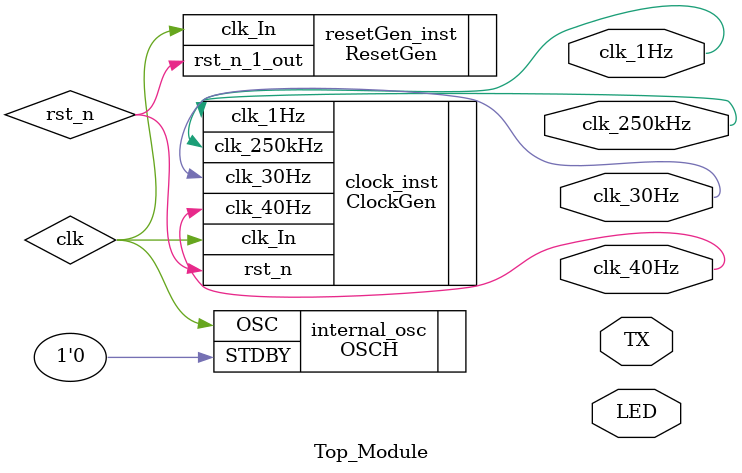
<source format=v>
module Top_Module (
    output wire TX,          // DMX 송신 핀
    output wire [7:0] LED,    // 8개 LED 출력
	
	output wire clk_1Hz,
	output wire clk_250kHz,
	output wire clk_30Hz,
	output wire clk_40Hz
);

    // ? 내부 오실레이터 (12.09MHz) 생성
    wire clk;
    OSCH #(
        .NOM_FREQ("12.09")  // 사용할 클럭 주파수 (2.08MHz 또는 12.09MHz 선택 가능)
    ) internal_osc (
        .STDBY(1'b0),  // 항상 활성화
        .OSC(clk)      // clk 신호에 연결
    );

	// Reset Gen
	wire rst_n;
	ResetGen resetGen_inst(
	.clk_In(clk),
	.rst_n_1_out(rst_n)
	);
	
	
	// Clock Gen
	ClockGen clock_inst(
	.clk_In(clk),
	.rst_n(rst_n),
	.clk_1Hz(clk_1Hz),
	.clk_250kHz(clk_250kHz),
	.clk_30Hz(clk_30Hz),
	.clk_40Hz(clk_40Hz)
	);
	

endmodule

</source>
